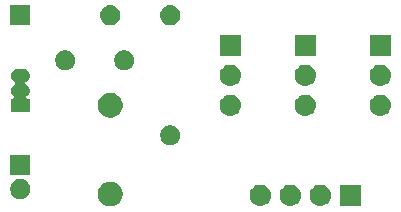
<source format=gbr>
G04 #@! TF.GenerationSoftware,KiCad,Pcbnew,5.0.2+dfsg1-1+build2*
G04 #@! TF.CreationDate,2019-10-24T23:13:18-07:00*
G04 #@! TF.ProjectId,pcb_class,7063625f-636c-4617-9373-2e6b69636164,rev?*
G04 #@! TF.SameCoordinates,Original*
G04 #@! TF.FileFunction,Soldermask,Bot*
G04 #@! TF.FilePolarity,Negative*
%FSLAX46Y46*%
G04 Gerber Fmt 4.6, Leading zero omitted, Abs format (unit mm)*
G04 Created by KiCad (PCBNEW 5.0.2+dfsg1-1+build2) date Thu 24 Oct 2019 11:13:18 PM PDT*
%MOMM*%
%LPD*%
G01*
G04 APERTURE LIST*
%ADD10C,0.100000*%
G04 APERTURE END LIST*
D10*
G36*
X165406565Y-122059389D02*
X165597834Y-122138615D01*
X165769976Y-122253637D01*
X165916363Y-122400024D01*
X166031385Y-122572166D01*
X166110611Y-122763435D01*
X166151000Y-122966484D01*
X166151000Y-123173516D01*
X166110611Y-123376565D01*
X166031385Y-123567834D01*
X165916363Y-123739976D01*
X165769976Y-123886363D01*
X165597834Y-124001385D01*
X165406565Y-124080611D01*
X165203516Y-124121000D01*
X164996484Y-124121000D01*
X164793435Y-124080611D01*
X164602166Y-124001385D01*
X164430024Y-123886363D01*
X164283637Y-123739976D01*
X164168615Y-123567834D01*
X164089389Y-123376565D01*
X164049000Y-123173516D01*
X164049000Y-122966484D01*
X164089389Y-122763435D01*
X164168615Y-122572166D01*
X164283637Y-122400024D01*
X164430024Y-122253637D01*
X164602166Y-122138615D01*
X164793435Y-122059389D01*
X164996484Y-122019000D01*
X165203516Y-122019000D01*
X165406565Y-122059389D01*
X165406565Y-122059389D01*
G37*
G36*
X186321000Y-124091000D02*
X184519000Y-124091000D01*
X184519000Y-122289000D01*
X186321000Y-122289000D01*
X186321000Y-124091000D01*
X186321000Y-124091000D01*
G37*
G36*
X177910443Y-122295519D02*
X177976627Y-122302037D01*
X178089853Y-122336384D01*
X178146467Y-122353557D01*
X178285087Y-122427652D01*
X178302991Y-122437222D01*
X178338729Y-122466552D01*
X178440186Y-122549814D01*
X178523448Y-122651271D01*
X178552778Y-122687009D01*
X178552779Y-122687011D01*
X178636443Y-122843533D01*
X178636443Y-122843534D01*
X178687963Y-123013373D01*
X178705359Y-123190000D01*
X178687963Y-123366627D01*
X178676581Y-123404147D01*
X178636443Y-123536467D01*
X178619676Y-123567835D01*
X178552778Y-123692991D01*
X178523448Y-123728729D01*
X178440186Y-123830186D01*
X178338729Y-123913448D01*
X178302991Y-123942778D01*
X178302989Y-123942779D01*
X178146467Y-124026443D01*
X178089853Y-124043616D01*
X177976627Y-124077963D01*
X177910442Y-124084482D01*
X177844260Y-124091000D01*
X177755740Y-124091000D01*
X177689558Y-124084482D01*
X177623373Y-124077963D01*
X177510147Y-124043616D01*
X177453533Y-124026443D01*
X177297011Y-123942779D01*
X177297009Y-123942778D01*
X177261271Y-123913448D01*
X177159814Y-123830186D01*
X177076552Y-123728729D01*
X177047222Y-123692991D01*
X176980324Y-123567835D01*
X176963557Y-123536467D01*
X176923419Y-123404147D01*
X176912037Y-123366627D01*
X176894641Y-123190000D01*
X176912037Y-123013373D01*
X176963557Y-122843534D01*
X176963557Y-122843533D01*
X177047221Y-122687011D01*
X177047222Y-122687009D01*
X177076552Y-122651271D01*
X177159814Y-122549814D01*
X177261271Y-122466552D01*
X177297009Y-122437222D01*
X177314913Y-122427652D01*
X177453533Y-122353557D01*
X177510147Y-122336384D01*
X177623373Y-122302037D01*
X177689557Y-122295519D01*
X177755740Y-122289000D01*
X177844260Y-122289000D01*
X177910443Y-122295519D01*
X177910443Y-122295519D01*
G37*
G36*
X180450443Y-122295519D02*
X180516627Y-122302037D01*
X180629853Y-122336384D01*
X180686467Y-122353557D01*
X180825087Y-122427652D01*
X180842991Y-122437222D01*
X180878729Y-122466552D01*
X180980186Y-122549814D01*
X181063448Y-122651271D01*
X181092778Y-122687009D01*
X181092779Y-122687011D01*
X181176443Y-122843533D01*
X181176443Y-122843534D01*
X181227963Y-123013373D01*
X181245359Y-123190000D01*
X181227963Y-123366627D01*
X181216581Y-123404147D01*
X181176443Y-123536467D01*
X181159676Y-123567835D01*
X181092778Y-123692991D01*
X181063448Y-123728729D01*
X180980186Y-123830186D01*
X180878729Y-123913448D01*
X180842991Y-123942778D01*
X180842989Y-123942779D01*
X180686467Y-124026443D01*
X180629853Y-124043616D01*
X180516627Y-124077963D01*
X180450442Y-124084482D01*
X180384260Y-124091000D01*
X180295740Y-124091000D01*
X180229558Y-124084482D01*
X180163373Y-124077963D01*
X180050147Y-124043616D01*
X179993533Y-124026443D01*
X179837011Y-123942779D01*
X179837009Y-123942778D01*
X179801271Y-123913448D01*
X179699814Y-123830186D01*
X179616552Y-123728729D01*
X179587222Y-123692991D01*
X179520324Y-123567835D01*
X179503557Y-123536467D01*
X179463419Y-123404147D01*
X179452037Y-123366627D01*
X179434641Y-123190000D01*
X179452037Y-123013373D01*
X179503557Y-122843534D01*
X179503557Y-122843533D01*
X179587221Y-122687011D01*
X179587222Y-122687009D01*
X179616552Y-122651271D01*
X179699814Y-122549814D01*
X179801271Y-122466552D01*
X179837009Y-122437222D01*
X179854913Y-122427652D01*
X179993533Y-122353557D01*
X180050147Y-122336384D01*
X180163373Y-122302037D01*
X180229557Y-122295519D01*
X180295740Y-122289000D01*
X180384260Y-122289000D01*
X180450443Y-122295519D01*
X180450443Y-122295519D01*
G37*
G36*
X182990443Y-122295519D02*
X183056627Y-122302037D01*
X183169853Y-122336384D01*
X183226467Y-122353557D01*
X183365087Y-122427652D01*
X183382991Y-122437222D01*
X183418729Y-122466552D01*
X183520186Y-122549814D01*
X183603448Y-122651271D01*
X183632778Y-122687009D01*
X183632779Y-122687011D01*
X183716443Y-122843533D01*
X183716443Y-122843534D01*
X183767963Y-123013373D01*
X183785359Y-123190000D01*
X183767963Y-123366627D01*
X183756581Y-123404147D01*
X183716443Y-123536467D01*
X183699676Y-123567835D01*
X183632778Y-123692991D01*
X183603448Y-123728729D01*
X183520186Y-123830186D01*
X183418729Y-123913448D01*
X183382991Y-123942778D01*
X183382989Y-123942779D01*
X183226467Y-124026443D01*
X183169853Y-124043616D01*
X183056627Y-124077963D01*
X182990442Y-124084482D01*
X182924260Y-124091000D01*
X182835740Y-124091000D01*
X182769558Y-124084482D01*
X182703373Y-124077963D01*
X182590147Y-124043616D01*
X182533533Y-124026443D01*
X182377011Y-123942779D01*
X182377009Y-123942778D01*
X182341271Y-123913448D01*
X182239814Y-123830186D01*
X182156552Y-123728729D01*
X182127222Y-123692991D01*
X182060324Y-123567835D01*
X182043557Y-123536467D01*
X182003419Y-123404147D01*
X181992037Y-123366627D01*
X181974641Y-123190000D01*
X181992037Y-123013373D01*
X182043557Y-122843534D01*
X182043557Y-122843533D01*
X182127221Y-122687011D01*
X182127222Y-122687009D01*
X182156552Y-122651271D01*
X182239814Y-122549814D01*
X182341271Y-122466552D01*
X182377009Y-122437222D01*
X182394913Y-122427652D01*
X182533533Y-122353557D01*
X182590147Y-122336384D01*
X182703373Y-122302037D01*
X182769557Y-122295519D01*
X182835740Y-122289000D01*
X182924260Y-122289000D01*
X182990443Y-122295519D01*
X182990443Y-122295519D01*
G37*
G36*
X157728228Y-121831703D02*
X157883100Y-121895853D01*
X158022481Y-121988985D01*
X158141015Y-122107519D01*
X158234147Y-122246900D01*
X158298297Y-122401772D01*
X158331000Y-122566184D01*
X158331000Y-122733816D01*
X158298297Y-122898228D01*
X158234147Y-123053100D01*
X158141015Y-123192481D01*
X158022481Y-123311015D01*
X157883100Y-123404147D01*
X157728228Y-123468297D01*
X157563816Y-123501000D01*
X157396184Y-123501000D01*
X157231772Y-123468297D01*
X157076900Y-123404147D01*
X156937519Y-123311015D01*
X156818985Y-123192481D01*
X156725853Y-123053100D01*
X156661703Y-122898228D01*
X156629000Y-122733816D01*
X156629000Y-122566184D01*
X156661703Y-122401772D01*
X156725853Y-122246900D01*
X156818985Y-122107519D01*
X156937519Y-121988985D01*
X157076900Y-121895853D01*
X157231772Y-121831703D01*
X157396184Y-121799000D01*
X157563816Y-121799000D01*
X157728228Y-121831703D01*
X157728228Y-121831703D01*
G37*
G36*
X158331000Y-121501000D02*
X156629000Y-121501000D01*
X156629000Y-119799000D01*
X158331000Y-119799000D01*
X158331000Y-121501000D01*
X158331000Y-121501000D01*
G37*
G36*
X170428228Y-117291703D02*
X170583100Y-117355853D01*
X170722481Y-117448985D01*
X170841015Y-117567519D01*
X170934147Y-117706900D01*
X170998297Y-117861772D01*
X171031000Y-118026184D01*
X171031000Y-118193816D01*
X170998297Y-118358228D01*
X170934147Y-118513100D01*
X170841015Y-118652481D01*
X170722481Y-118771015D01*
X170583100Y-118864147D01*
X170428228Y-118928297D01*
X170263816Y-118961000D01*
X170096184Y-118961000D01*
X169931772Y-118928297D01*
X169776900Y-118864147D01*
X169637519Y-118771015D01*
X169518985Y-118652481D01*
X169425853Y-118513100D01*
X169361703Y-118358228D01*
X169329000Y-118193816D01*
X169329000Y-118026184D01*
X169361703Y-117861772D01*
X169425853Y-117706900D01*
X169518985Y-117567519D01*
X169637519Y-117448985D01*
X169776900Y-117355853D01*
X169931772Y-117291703D01*
X170096184Y-117259000D01*
X170263816Y-117259000D01*
X170428228Y-117291703D01*
X170428228Y-117291703D01*
G37*
G36*
X165406565Y-114559389D02*
X165597834Y-114638615D01*
X165769976Y-114753637D01*
X165916363Y-114900024D01*
X166031385Y-115072166D01*
X166110611Y-115263435D01*
X166151000Y-115466484D01*
X166151000Y-115673516D01*
X166110611Y-115876565D01*
X166031385Y-116067834D01*
X165916363Y-116239976D01*
X165769976Y-116386363D01*
X165597834Y-116501385D01*
X165406565Y-116580611D01*
X165203516Y-116621000D01*
X164996484Y-116621000D01*
X164793435Y-116580611D01*
X164602166Y-116501385D01*
X164430024Y-116386363D01*
X164283637Y-116239976D01*
X164168615Y-116067834D01*
X164089389Y-115876565D01*
X164049000Y-115673516D01*
X164049000Y-115466484D01*
X164089389Y-115263435D01*
X164168615Y-115072166D01*
X164283637Y-114900024D01*
X164430024Y-114753637D01*
X164602166Y-114638615D01*
X164793435Y-114559389D01*
X164996484Y-114519000D01*
X165203516Y-114519000D01*
X165406565Y-114559389D01*
X165406565Y-114559389D01*
G37*
G36*
X175370443Y-114675519D02*
X175436627Y-114682037D01*
X175549853Y-114716384D01*
X175606467Y-114733557D01*
X175711503Y-114789701D01*
X175762991Y-114817222D01*
X175781869Y-114832715D01*
X175900186Y-114929814D01*
X175952861Y-114994000D01*
X176012778Y-115067009D01*
X176012779Y-115067011D01*
X176096443Y-115223533D01*
X176096443Y-115223534D01*
X176147963Y-115393373D01*
X176165359Y-115570000D01*
X176147963Y-115746627D01*
X176113616Y-115859853D01*
X176096443Y-115916467D01*
X176022348Y-116055087D01*
X176012778Y-116072991D01*
X175983448Y-116108729D01*
X175900186Y-116210186D01*
X175798729Y-116293448D01*
X175762991Y-116322778D01*
X175762989Y-116322779D01*
X175606467Y-116406443D01*
X175549853Y-116423616D01*
X175436627Y-116457963D01*
X175370442Y-116464482D01*
X175304260Y-116471000D01*
X175215740Y-116471000D01*
X175149558Y-116464482D01*
X175083373Y-116457963D01*
X174970147Y-116423616D01*
X174913533Y-116406443D01*
X174757011Y-116322779D01*
X174757009Y-116322778D01*
X174721271Y-116293448D01*
X174619814Y-116210186D01*
X174536552Y-116108729D01*
X174507222Y-116072991D01*
X174497652Y-116055087D01*
X174423557Y-115916467D01*
X174406384Y-115859853D01*
X174372037Y-115746627D01*
X174354641Y-115570000D01*
X174372037Y-115393373D01*
X174423557Y-115223534D01*
X174423557Y-115223533D01*
X174507221Y-115067011D01*
X174507222Y-115067009D01*
X174567139Y-114994000D01*
X174619814Y-114929814D01*
X174738131Y-114832715D01*
X174757009Y-114817222D01*
X174808497Y-114789701D01*
X174913533Y-114733557D01*
X174970147Y-114716384D01*
X175083373Y-114682037D01*
X175149557Y-114675519D01*
X175215740Y-114669000D01*
X175304260Y-114669000D01*
X175370443Y-114675519D01*
X175370443Y-114675519D01*
G37*
G36*
X181720443Y-114675519D02*
X181786627Y-114682037D01*
X181899853Y-114716384D01*
X181956467Y-114733557D01*
X182061503Y-114789701D01*
X182112991Y-114817222D01*
X182131869Y-114832715D01*
X182250186Y-114929814D01*
X182302861Y-114994000D01*
X182362778Y-115067009D01*
X182362779Y-115067011D01*
X182446443Y-115223533D01*
X182446443Y-115223534D01*
X182497963Y-115393373D01*
X182515359Y-115570000D01*
X182497963Y-115746627D01*
X182463616Y-115859853D01*
X182446443Y-115916467D01*
X182372348Y-116055087D01*
X182362778Y-116072991D01*
X182333448Y-116108729D01*
X182250186Y-116210186D01*
X182148729Y-116293448D01*
X182112991Y-116322778D01*
X182112989Y-116322779D01*
X181956467Y-116406443D01*
X181899853Y-116423616D01*
X181786627Y-116457963D01*
X181720442Y-116464482D01*
X181654260Y-116471000D01*
X181565740Y-116471000D01*
X181499558Y-116464482D01*
X181433373Y-116457963D01*
X181320147Y-116423616D01*
X181263533Y-116406443D01*
X181107011Y-116322779D01*
X181107009Y-116322778D01*
X181071271Y-116293448D01*
X180969814Y-116210186D01*
X180886552Y-116108729D01*
X180857222Y-116072991D01*
X180847652Y-116055087D01*
X180773557Y-115916467D01*
X180756384Y-115859853D01*
X180722037Y-115746627D01*
X180704641Y-115570000D01*
X180722037Y-115393373D01*
X180773557Y-115223534D01*
X180773557Y-115223533D01*
X180857221Y-115067011D01*
X180857222Y-115067009D01*
X180917139Y-114994000D01*
X180969814Y-114929814D01*
X181088131Y-114832715D01*
X181107009Y-114817222D01*
X181158497Y-114789701D01*
X181263533Y-114733557D01*
X181320147Y-114716384D01*
X181433373Y-114682037D01*
X181499557Y-114675519D01*
X181565740Y-114669000D01*
X181654260Y-114669000D01*
X181720443Y-114675519D01*
X181720443Y-114675519D01*
G37*
G36*
X188070443Y-114675519D02*
X188136627Y-114682037D01*
X188249853Y-114716384D01*
X188306467Y-114733557D01*
X188411503Y-114789701D01*
X188462991Y-114817222D01*
X188481869Y-114832715D01*
X188600186Y-114929814D01*
X188652861Y-114994000D01*
X188712778Y-115067009D01*
X188712779Y-115067011D01*
X188796443Y-115223533D01*
X188796443Y-115223534D01*
X188847963Y-115393373D01*
X188865359Y-115570000D01*
X188847963Y-115746627D01*
X188813616Y-115859853D01*
X188796443Y-115916467D01*
X188722348Y-116055087D01*
X188712778Y-116072991D01*
X188683448Y-116108729D01*
X188600186Y-116210186D01*
X188498729Y-116293448D01*
X188462991Y-116322778D01*
X188462989Y-116322779D01*
X188306467Y-116406443D01*
X188249853Y-116423616D01*
X188136627Y-116457963D01*
X188070442Y-116464482D01*
X188004260Y-116471000D01*
X187915740Y-116471000D01*
X187849558Y-116464482D01*
X187783373Y-116457963D01*
X187670147Y-116423616D01*
X187613533Y-116406443D01*
X187457011Y-116322779D01*
X187457009Y-116322778D01*
X187421271Y-116293448D01*
X187319814Y-116210186D01*
X187236552Y-116108729D01*
X187207222Y-116072991D01*
X187197652Y-116055087D01*
X187123557Y-115916467D01*
X187106384Y-115859853D01*
X187072037Y-115746627D01*
X187054641Y-115570000D01*
X187072037Y-115393373D01*
X187123557Y-115223534D01*
X187123557Y-115223533D01*
X187207221Y-115067011D01*
X187207222Y-115067009D01*
X187267139Y-114994000D01*
X187319814Y-114929814D01*
X187438131Y-114832715D01*
X187457009Y-114817222D01*
X187508497Y-114789701D01*
X187613533Y-114733557D01*
X187670147Y-114716384D01*
X187783373Y-114682037D01*
X187849557Y-114675519D01*
X187915740Y-114669000D01*
X188004260Y-114669000D01*
X188070443Y-114675519D01*
X188070443Y-114675519D01*
G37*
G36*
X157817916Y-112462334D02*
X157926492Y-112495271D01*
X158026557Y-112548756D01*
X158114264Y-112620736D01*
X158186244Y-112708443D01*
X158239729Y-112808508D01*
X158272666Y-112917084D01*
X158283787Y-113030000D01*
X158272666Y-113142916D01*
X158239729Y-113251492D01*
X158239726Y-113251497D01*
X158186244Y-113351557D01*
X158114264Y-113439264D01*
X158026557Y-113511244D01*
X157945143Y-113554760D01*
X157924768Y-113568373D01*
X157907441Y-113585701D01*
X157893827Y-113606075D01*
X157884450Y-113628714D01*
X157879669Y-113652747D01*
X157879669Y-113677252D01*
X157884449Y-113701285D01*
X157893827Y-113723924D01*
X157907440Y-113744299D01*
X157924768Y-113761626D01*
X157945143Y-113775240D01*
X158026557Y-113818756D01*
X158114264Y-113890736D01*
X158186244Y-113978443D01*
X158239729Y-114078508D01*
X158272666Y-114187084D01*
X158283787Y-114300000D01*
X158272666Y-114412916D01*
X158239729Y-114521492D01*
X158239726Y-114521497D01*
X158186244Y-114621557D01*
X158114264Y-114709264D01*
X158037365Y-114772374D01*
X158020038Y-114789701D01*
X158006424Y-114810076D01*
X157997046Y-114832715D01*
X157992266Y-114856748D01*
X157992266Y-114881252D01*
X157997047Y-114905286D01*
X158006424Y-114927925D01*
X158020038Y-114948299D01*
X158037365Y-114965626D01*
X158057740Y-114979240D01*
X158080379Y-114988618D01*
X158116664Y-114994000D01*
X158281000Y-114994000D01*
X158281000Y-116146000D01*
X156679000Y-116146000D01*
X156679000Y-114994000D01*
X156843336Y-114994000D01*
X156867722Y-114991598D01*
X156891171Y-114984485D01*
X156912782Y-114972934D01*
X156931724Y-114957388D01*
X156947270Y-114938446D01*
X156958821Y-114916835D01*
X156965934Y-114893386D01*
X156968336Y-114869000D01*
X156965934Y-114844614D01*
X156958821Y-114821165D01*
X156947270Y-114799554D01*
X156922635Y-114772374D01*
X156845736Y-114709264D01*
X156773756Y-114621557D01*
X156720274Y-114521497D01*
X156720271Y-114521492D01*
X156687334Y-114412916D01*
X156676213Y-114300000D01*
X156687334Y-114187084D01*
X156720271Y-114078508D01*
X156773756Y-113978443D01*
X156845736Y-113890736D01*
X156933443Y-113818756D01*
X157014857Y-113775240D01*
X157035232Y-113761627D01*
X157052559Y-113744299D01*
X157066173Y-113723925D01*
X157075550Y-113701286D01*
X157080331Y-113677253D01*
X157080331Y-113652748D01*
X157075551Y-113628715D01*
X157066173Y-113606076D01*
X157052560Y-113585701D01*
X157035232Y-113568374D01*
X157014857Y-113554760D01*
X156933443Y-113511244D01*
X156845736Y-113439264D01*
X156773756Y-113351557D01*
X156720274Y-113251497D01*
X156720271Y-113251492D01*
X156687334Y-113142916D01*
X156676213Y-113030000D01*
X156687334Y-112917084D01*
X156720271Y-112808508D01*
X156773756Y-112708443D01*
X156845736Y-112620736D01*
X156933443Y-112548756D01*
X157033508Y-112495271D01*
X157142084Y-112462334D01*
X157226702Y-112454000D01*
X157733298Y-112454000D01*
X157817916Y-112462334D01*
X157817916Y-112462334D01*
G37*
G36*
X188070443Y-112135519D02*
X188136627Y-112142037D01*
X188249853Y-112176384D01*
X188306467Y-112193557D01*
X188445087Y-112267652D01*
X188462991Y-112277222D01*
X188493769Y-112302481D01*
X188600186Y-112389814D01*
X188683448Y-112491271D01*
X188712778Y-112527009D01*
X188712779Y-112527011D01*
X188796443Y-112683533D01*
X188796443Y-112683534D01*
X188847963Y-112853373D01*
X188865359Y-113030000D01*
X188847963Y-113206627D01*
X188813616Y-113319853D01*
X188796443Y-113376467D01*
X188762877Y-113439264D01*
X188712778Y-113532991D01*
X188686731Y-113564729D01*
X188600186Y-113670186D01*
X188498729Y-113753448D01*
X188462991Y-113782778D01*
X188462989Y-113782779D01*
X188306467Y-113866443D01*
X188249853Y-113883616D01*
X188136627Y-113917963D01*
X188070443Y-113924481D01*
X188004260Y-113931000D01*
X187915740Y-113931000D01*
X187849557Y-113924481D01*
X187783373Y-113917963D01*
X187670147Y-113883616D01*
X187613533Y-113866443D01*
X187457011Y-113782779D01*
X187457009Y-113782778D01*
X187421271Y-113753448D01*
X187319814Y-113670186D01*
X187233269Y-113564729D01*
X187207222Y-113532991D01*
X187157123Y-113439264D01*
X187123557Y-113376467D01*
X187106384Y-113319853D01*
X187072037Y-113206627D01*
X187054641Y-113030000D01*
X187072037Y-112853373D01*
X187123557Y-112683534D01*
X187123557Y-112683533D01*
X187207221Y-112527011D01*
X187207222Y-112527009D01*
X187236552Y-112491271D01*
X187319814Y-112389814D01*
X187426231Y-112302481D01*
X187457009Y-112277222D01*
X187474913Y-112267652D01*
X187613533Y-112193557D01*
X187670147Y-112176384D01*
X187783373Y-112142037D01*
X187849557Y-112135519D01*
X187915740Y-112129000D01*
X188004260Y-112129000D01*
X188070443Y-112135519D01*
X188070443Y-112135519D01*
G37*
G36*
X175370443Y-112135519D02*
X175436627Y-112142037D01*
X175549853Y-112176384D01*
X175606467Y-112193557D01*
X175745087Y-112267652D01*
X175762991Y-112277222D01*
X175793769Y-112302481D01*
X175900186Y-112389814D01*
X175983448Y-112491271D01*
X176012778Y-112527009D01*
X176012779Y-112527011D01*
X176096443Y-112683533D01*
X176096443Y-112683534D01*
X176147963Y-112853373D01*
X176165359Y-113030000D01*
X176147963Y-113206627D01*
X176113616Y-113319853D01*
X176096443Y-113376467D01*
X176062877Y-113439264D01*
X176012778Y-113532991D01*
X175986731Y-113564729D01*
X175900186Y-113670186D01*
X175798729Y-113753448D01*
X175762991Y-113782778D01*
X175762989Y-113782779D01*
X175606467Y-113866443D01*
X175549853Y-113883616D01*
X175436627Y-113917963D01*
X175370443Y-113924481D01*
X175304260Y-113931000D01*
X175215740Y-113931000D01*
X175149557Y-113924481D01*
X175083373Y-113917963D01*
X174970147Y-113883616D01*
X174913533Y-113866443D01*
X174757011Y-113782779D01*
X174757009Y-113782778D01*
X174721271Y-113753448D01*
X174619814Y-113670186D01*
X174533269Y-113564729D01*
X174507222Y-113532991D01*
X174457123Y-113439264D01*
X174423557Y-113376467D01*
X174406384Y-113319853D01*
X174372037Y-113206627D01*
X174354641Y-113030000D01*
X174372037Y-112853373D01*
X174423557Y-112683534D01*
X174423557Y-112683533D01*
X174507221Y-112527011D01*
X174507222Y-112527009D01*
X174536552Y-112491271D01*
X174619814Y-112389814D01*
X174726231Y-112302481D01*
X174757009Y-112277222D01*
X174774913Y-112267652D01*
X174913533Y-112193557D01*
X174970147Y-112176384D01*
X175083373Y-112142037D01*
X175149557Y-112135519D01*
X175215740Y-112129000D01*
X175304260Y-112129000D01*
X175370443Y-112135519D01*
X175370443Y-112135519D01*
G37*
G36*
X181720443Y-112135519D02*
X181786627Y-112142037D01*
X181899853Y-112176384D01*
X181956467Y-112193557D01*
X182095087Y-112267652D01*
X182112991Y-112277222D01*
X182143769Y-112302481D01*
X182250186Y-112389814D01*
X182333448Y-112491271D01*
X182362778Y-112527009D01*
X182362779Y-112527011D01*
X182446443Y-112683533D01*
X182446443Y-112683534D01*
X182497963Y-112853373D01*
X182515359Y-113030000D01*
X182497963Y-113206627D01*
X182463616Y-113319853D01*
X182446443Y-113376467D01*
X182412877Y-113439264D01*
X182362778Y-113532991D01*
X182336731Y-113564729D01*
X182250186Y-113670186D01*
X182148729Y-113753448D01*
X182112991Y-113782778D01*
X182112989Y-113782779D01*
X181956467Y-113866443D01*
X181899853Y-113883616D01*
X181786627Y-113917963D01*
X181720443Y-113924481D01*
X181654260Y-113931000D01*
X181565740Y-113931000D01*
X181499557Y-113924481D01*
X181433373Y-113917963D01*
X181320147Y-113883616D01*
X181263533Y-113866443D01*
X181107011Y-113782779D01*
X181107009Y-113782778D01*
X181071271Y-113753448D01*
X180969814Y-113670186D01*
X180883269Y-113564729D01*
X180857222Y-113532991D01*
X180807123Y-113439264D01*
X180773557Y-113376467D01*
X180756384Y-113319853D01*
X180722037Y-113206627D01*
X180704641Y-113030000D01*
X180722037Y-112853373D01*
X180773557Y-112683534D01*
X180773557Y-112683533D01*
X180857221Y-112527011D01*
X180857222Y-112527009D01*
X180886552Y-112491271D01*
X180969814Y-112389814D01*
X181076231Y-112302481D01*
X181107009Y-112277222D01*
X181124913Y-112267652D01*
X181263533Y-112193557D01*
X181320147Y-112176384D01*
X181433373Y-112142037D01*
X181499557Y-112135519D01*
X181565740Y-112129000D01*
X181654260Y-112129000D01*
X181720443Y-112135519D01*
X181720443Y-112135519D01*
G37*
G36*
X166538228Y-110941703D02*
X166693100Y-111005853D01*
X166832481Y-111098985D01*
X166951015Y-111217519D01*
X167044147Y-111356900D01*
X167108297Y-111511772D01*
X167141000Y-111676184D01*
X167141000Y-111843816D01*
X167108297Y-112008228D01*
X167044147Y-112163100D01*
X166951015Y-112302481D01*
X166832481Y-112421015D01*
X166693100Y-112514147D01*
X166538228Y-112578297D01*
X166373816Y-112611000D01*
X166206184Y-112611000D01*
X166041772Y-112578297D01*
X165886900Y-112514147D01*
X165747519Y-112421015D01*
X165628985Y-112302481D01*
X165535853Y-112163100D01*
X165471703Y-112008228D01*
X165439000Y-111843816D01*
X165439000Y-111676184D01*
X165471703Y-111511772D01*
X165535853Y-111356900D01*
X165628985Y-111217519D01*
X165747519Y-111098985D01*
X165886900Y-111005853D01*
X166041772Y-110941703D01*
X166206184Y-110909000D01*
X166373816Y-110909000D01*
X166538228Y-110941703D01*
X166538228Y-110941703D01*
G37*
G36*
X161538228Y-110941703D02*
X161693100Y-111005853D01*
X161832481Y-111098985D01*
X161951015Y-111217519D01*
X162044147Y-111356900D01*
X162108297Y-111511772D01*
X162141000Y-111676184D01*
X162141000Y-111843816D01*
X162108297Y-112008228D01*
X162044147Y-112163100D01*
X161951015Y-112302481D01*
X161832481Y-112421015D01*
X161693100Y-112514147D01*
X161538228Y-112578297D01*
X161373816Y-112611000D01*
X161206184Y-112611000D01*
X161041772Y-112578297D01*
X160886900Y-112514147D01*
X160747519Y-112421015D01*
X160628985Y-112302481D01*
X160535853Y-112163100D01*
X160471703Y-112008228D01*
X160439000Y-111843816D01*
X160439000Y-111676184D01*
X160471703Y-111511772D01*
X160535853Y-111356900D01*
X160628985Y-111217519D01*
X160747519Y-111098985D01*
X160886900Y-111005853D01*
X161041772Y-110941703D01*
X161206184Y-110909000D01*
X161373816Y-110909000D01*
X161538228Y-110941703D01*
X161538228Y-110941703D01*
G37*
G36*
X176161000Y-111391000D02*
X174359000Y-111391000D01*
X174359000Y-109589000D01*
X176161000Y-109589000D01*
X176161000Y-111391000D01*
X176161000Y-111391000D01*
G37*
G36*
X188861000Y-111391000D02*
X187059000Y-111391000D01*
X187059000Y-109589000D01*
X188861000Y-109589000D01*
X188861000Y-111391000D01*
X188861000Y-111391000D01*
G37*
G36*
X182511000Y-111391000D02*
X180709000Y-111391000D01*
X180709000Y-109589000D01*
X182511000Y-109589000D01*
X182511000Y-111391000D01*
X182511000Y-111391000D01*
G37*
G36*
X165266821Y-107111313D02*
X165266824Y-107111314D01*
X165266825Y-107111314D01*
X165427239Y-107159975D01*
X165427241Y-107159976D01*
X165427244Y-107159977D01*
X165575078Y-107238995D01*
X165704659Y-107345341D01*
X165811005Y-107474922D01*
X165890023Y-107622756D01*
X165938687Y-107783179D01*
X165955117Y-107950000D01*
X165938687Y-108116821D01*
X165890023Y-108277244D01*
X165811005Y-108425078D01*
X165704659Y-108554659D01*
X165575078Y-108661005D01*
X165427244Y-108740023D01*
X165427241Y-108740024D01*
X165427239Y-108740025D01*
X165266825Y-108788686D01*
X165266824Y-108788686D01*
X165266821Y-108788687D01*
X165141804Y-108801000D01*
X165058196Y-108801000D01*
X164933179Y-108788687D01*
X164933176Y-108788686D01*
X164933175Y-108788686D01*
X164772761Y-108740025D01*
X164772759Y-108740024D01*
X164772756Y-108740023D01*
X164624922Y-108661005D01*
X164495341Y-108554659D01*
X164388995Y-108425078D01*
X164309977Y-108277244D01*
X164261313Y-108116821D01*
X164244883Y-107950000D01*
X164261313Y-107783179D01*
X164309977Y-107622756D01*
X164388995Y-107474922D01*
X164495341Y-107345341D01*
X164624922Y-107238995D01*
X164772756Y-107159977D01*
X164772759Y-107159976D01*
X164772761Y-107159975D01*
X164933175Y-107111314D01*
X164933176Y-107111314D01*
X164933179Y-107111313D01*
X165058196Y-107099000D01*
X165141804Y-107099000D01*
X165266821Y-107111313D01*
X165266821Y-107111313D01*
G37*
G36*
X158331000Y-108801000D02*
X156629000Y-108801000D01*
X156629000Y-107099000D01*
X158331000Y-107099000D01*
X158331000Y-108801000D01*
X158331000Y-108801000D01*
G37*
G36*
X170346821Y-107111313D02*
X170346824Y-107111314D01*
X170346825Y-107111314D01*
X170507239Y-107159975D01*
X170507241Y-107159976D01*
X170507244Y-107159977D01*
X170655078Y-107238995D01*
X170784659Y-107345341D01*
X170891005Y-107474922D01*
X170970023Y-107622756D01*
X171018687Y-107783179D01*
X171035117Y-107950000D01*
X171018687Y-108116821D01*
X170970023Y-108277244D01*
X170891005Y-108425078D01*
X170784659Y-108554659D01*
X170655078Y-108661005D01*
X170507244Y-108740023D01*
X170507241Y-108740024D01*
X170507239Y-108740025D01*
X170346825Y-108788686D01*
X170346824Y-108788686D01*
X170346821Y-108788687D01*
X170221804Y-108801000D01*
X170138196Y-108801000D01*
X170013179Y-108788687D01*
X170013176Y-108788686D01*
X170013175Y-108788686D01*
X169852761Y-108740025D01*
X169852759Y-108740024D01*
X169852756Y-108740023D01*
X169704922Y-108661005D01*
X169575341Y-108554659D01*
X169468995Y-108425078D01*
X169389977Y-108277244D01*
X169341313Y-108116821D01*
X169324883Y-107950000D01*
X169341313Y-107783179D01*
X169389977Y-107622756D01*
X169468995Y-107474922D01*
X169575341Y-107345341D01*
X169704922Y-107238995D01*
X169852756Y-107159977D01*
X169852759Y-107159976D01*
X169852761Y-107159975D01*
X170013175Y-107111314D01*
X170013176Y-107111314D01*
X170013179Y-107111313D01*
X170138196Y-107099000D01*
X170221804Y-107099000D01*
X170346821Y-107111313D01*
X170346821Y-107111313D01*
G37*
M02*

</source>
